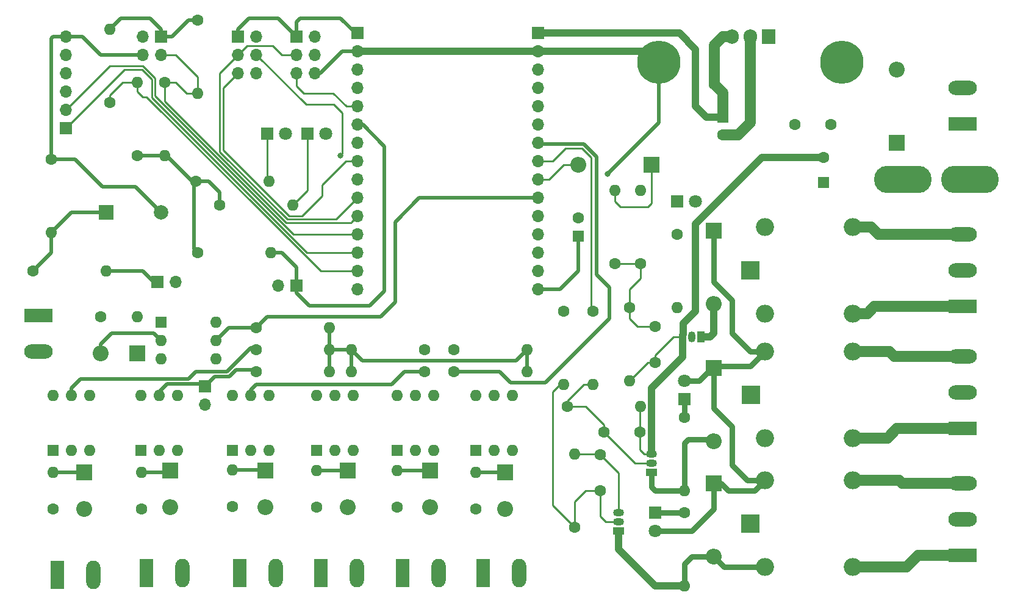
<source format=gbr>
%TF.GenerationSoftware,KiCad,Pcbnew,(5.1.9)-1*%
%TF.CreationDate,2022-01-12T17:44:04+01:00*%
%TF.ProjectId,Allarmino,416c6c61-726d-4696-9e6f-2e6b69636164,rev?*%
%TF.SameCoordinates,Original*%
%TF.FileFunction,Copper,L2,Bot*%
%TF.FilePolarity,Positive*%
%FSLAX46Y46*%
G04 Gerber Fmt 4.6, Leading zero omitted, Abs format (unit mm)*
G04 Created by KiCad (PCBNEW (5.1.9)-1) date 2022-01-12 17:44:04*
%MOMM*%
%LPD*%
G01*
G04 APERTURE LIST*
%TA.AperFunction,ComponentPad*%
%ADD10R,2.200000X2.200000*%
%TD*%
%TA.AperFunction,ComponentPad*%
%ADD11O,2.200000X2.200000*%
%TD*%
%TA.AperFunction,ComponentPad*%
%ADD12R,2.000000X2.000000*%
%TD*%
%TA.AperFunction,ComponentPad*%
%ADD13C,2.000000*%
%TD*%
%TA.AperFunction,ComponentPad*%
%ADD14C,6.000000*%
%TD*%
%TA.AperFunction,ComponentPad*%
%ADD15C,1.600000*%
%TD*%
%TA.AperFunction,ComponentPad*%
%ADD16O,8.000000X3.800000*%
%TD*%
%TA.AperFunction,ComponentPad*%
%ADD17R,3.960000X1.980000*%
%TD*%
%TA.AperFunction,ComponentPad*%
%ADD18O,3.960000X1.980000*%
%TD*%
%TA.AperFunction,ComponentPad*%
%ADD19R,1.980000X3.960000*%
%TD*%
%TA.AperFunction,ComponentPad*%
%ADD20O,1.980000X3.960000*%
%TD*%
%TA.AperFunction,ComponentPad*%
%ADD21R,1.700000X1.700000*%
%TD*%
%TA.AperFunction,ComponentPad*%
%ADD22O,1.700000X1.700000*%
%TD*%
%TA.AperFunction,ComponentPad*%
%ADD23O,2.500000X2.500000*%
%TD*%
%TA.AperFunction,ComponentPad*%
%ADD24R,2.500000X2.500000*%
%TD*%
%TA.AperFunction,ComponentPad*%
%ADD25C,1.800000*%
%TD*%
%TA.AperFunction,ComponentPad*%
%ADD26R,1.800000X1.800000*%
%TD*%
%TA.AperFunction,ComponentPad*%
%ADD27O,1.050000X1.500000*%
%TD*%
%TA.AperFunction,ComponentPad*%
%ADD28R,1.050000X1.500000*%
%TD*%
%TA.AperFunction,ComponentPad*%
%ADD29O,1.500000X1.050000*%
%TD*%
%TA.AperFunction,ComponentPad*%
%ADD30R,1.500000X1.050000*%
%TD*%
%TA.AperFunction,ComponentPad*%
%ADD31O,1.600000X1.600000*%
%TD*%
%TA.AperFunction,ComponentPad*%
%ADD32R,1.600000X1.600000*%
%TD*%
%TA.AperFunction,ComponentPad*%
%ADD33R,1.905000X2.000000*%
%TD*%
%TA.AperFunction,ComponentPad*%
%ADD34O,1.905000X2.000000*%
%TD*%
%TA.AperFunction,ViaPad*%
%ADD35C,0.800000*%
%TD*%
%TA.AperFunction,Conductor*%
%ADD36C,0.500000*%
%TD*%
%TA.AperFunction,Conductor*%
%ADD37C,1.500000*%
%TD*%
%TA.AperFunction,Conductor*%
%ADD38C,1.000000*%
%TD*%
%TA.AperFunction,Conductor*%
%ADD39C,0.250000*%
%TD*%
%TA.AperFunction,Conductor*%
%ADD40C,0.750000*%
%TD*%
G04 APERTURE END LIST*
D10*
%TO.P,D3,1*%
%TO.N,+3V3*%
X169672000Y-55880000D03*
D11*
%TO.P,D3,2*%
%TO.N,/D33*%
X159512000Y-55880000D03*
%TD*%
D12*
%TO.P,BZ1,1*%
%TO.N,Net-(BZ1-Pad1)*%
X93980000Y-62484000D03*
D13*
%TO.P,BZ1,2*%
%TO.N,GND*%
X101580000Y-62484000D03*
%TD*%
D14*
%TO.P,REF\u002A\u002A,1*%
%TO.N,GND*%
X170688000Y-41656000D03*
X196088000Y-41656000D03*
%TD*%
D15*
%TO.P,C2,1*%
%TO.N,+12V*%
X189564000Y-50292000D03*
%TO.P,C2,2*%
%TO.N,GND*%
X194564000Y-50292000D03*
%TD*%
%TO.P,C3,2*%
%TO.N,GND*%
X183388000Y-44704000D03*
%TO.P,C3,1*%
%TO.N,+5V*%
X178388000Y-44704000D03*
%TD*%
%TO.P,C5,1*%
%TO.N,Net-(C5-Pad1)*%
X170180000Y-78312000D03*
%TO.P,C5,2*%
%TO.N,GND*%
X170180000Y-83312000D03*
%TD*%
%TO.P,C6,1*%
%TO.N,Net-(C6-Pad1)*%
X163068000Y-92964000D03*
%TO.P,C6,2*%
%TO.N,GND*%
X168068000Y-92964000D03*
%TD*%
%TO.P,C7,2*%
%TO.N,GND*%
X162560000Y-96092000D03*
%TO.P,C7,1*%
%TO.N,Net-(C7-Pad1)*%
X162560000Y-101092000D03*
%TD*%
D10*
%TO.P,D1,1*%
%TO.N,+12V*%
X203708000Y-52832000D03*
D11*
%TO.P,D1,2*%
%TO.N,GND*%
X203708000Y-42672000D03*
%TD*%
%TO.P,D2,2*%
%TO.N,Net-(D2-Pad2)*%
X178308000Y-75184000D03*
D10*
%TO.P,D2,1*%
%TO.N,+12V*%
X178308000Y-65024000D03*
%TD*%
D11*
%TO.P,D4,2*%
%TO.N,Net-(D4-Pad2)*%
X178308000Y-94234000D03*
D10*
%TO.P,D4,1*%
%TO.N,+12V*%
X178308000Y-84074000D03*
%TD*%
%TO.P,D5,1*%
%TO.N,+12V*%
X178308000Y-100076000D03*
D11*
%TO.P,D5,2*%
%TO.N,Net-(D5-Pad2)*%
X178308000Y-110236000D03*
%TD*%
D16*
%TO.P,F1,1*%
%TO.N,+12V*%
X204568000Y-57912000D03*
%TO.P,F1,2*%
%TO.N,Net-(CN1-Pad1)*%
X213868000Y-57912000D03*
%TD*%
D17*
%TO.P,CN1,1*%
%TO.N,Net-(CN1-Pad1)*%
X212852000Y-50212000D03*
D18*
%TO.P,CN1,2*%
%TO.N,GND*%
X212852000Y-45212000D03*
%TD*%
D17*
%TO.P,CN2,1*%
%TO.N,Net-(CN2-Pad1)*%
X212852000Y-75532000D03*
D18*
%TO.P,CN2,2*%
%TO.N,Net-(CN2-Pad2)*%
X212852000Y-70532000D03*
%TO.P,CN2,3*%
%TO.N,Net-(CN2-Pad3)*%
X212852000Y-65532000D03*
%TD*%
D17*
%TO.P,CN3,1*%
%TO.N,Net-(CN3-Pad1)*%
X212852000Y-92456000D03*
D18*
%TO.P,CN3,2*%
%TO.N,Net-(CN3-Pad2)*%
X212852000Y-87456000D03*
%TO.P,CN3,3*%
%TO.N,Net-(CN3-Pad3)*%
X212852000Y-82456000D03*
%TD*%
%TO.P,CN4,3*%
%TO.N,Net-(CN4-Pad3)*%
X212852000Y-100076000D03*
%TO.P,CN4,2*%
%TO.N,Net-(CN4-Pad2)*%
X212852000Y-105076000D03*
D17*
%TO.P,CN4,1*%
%TO.N,Net-(CN4-Pad1)*%
X212852000Y-110076000D03*
%TD*%
D19*
%TO.P,CN9,1*%
%TO.N,Net-(CN9-Pad1)*%
X146304000Y-112522000D03*
D20*
%TO.P,CN9,2*%
%TO.N,Net-(CN9-Pad2)*%
X151304000Y-112522000D03*
%TD*%
%TO.P,CN10,2*%
%TO.N,Net-(CN10-Pad2)*%
X140128000Y-112522000D03*
D19*
%TO.P,CN10,1*%
%TO.N,Net-(CN10-Pad1)*%
X135128000Y-112522000D03*
%TD*%
%TO.P,CN11,1*%
%TO.N,Net-(CN11-Pad1)*%
X123778000Y-112522000D03*
D20*
%TO.P,CN11,2*%
%TO.N,Net-(CN11-Pad2)*%
X128778000Y-112522000D03*
%TD*%
D19*
%TO.P,CN12,1*%
%TO.N,Net-(CN12-Pad1)*%
X112522000Y-112522000D03*
D20*
%TO.P,CN12,2*%
%TO.N,Net-(CN12-Pad2)*%
X117522000Y-112522000D03*
%TD*%
%TO.P,CN13,2*%
%TO.N,Net-(CN13-Pad2)*%
X104568000Y-112522000D03*
D19*
%TO.P,CN13,1*%
%TO.N,Net-(CN13-Pad1)*%
X99568000Y-112522000D03*
%TD*%
D20*
%TO.P,CN14,2*%
%TO.N,Net-(CN14-Pad2)*%
X92202000Y-112776000D03*
D19*
%TO.P,CN14,1*%
%TO.N,Net-(CN14-Pad1)*%
X87202000Y-112776000D03*
%TD*%
D18*
%TO.P,CN15,2*%
%TO.N,Net-(CN15-Pad2)*%
X84582000Y-81788000D03*
D17*
%TO.P,CN15,1*%
%TO.N,Net-(CN15-Pad1)*%
X84582000Y-76788000D03*
%TD*%
D21*
%TO.P,CN7,1*%
%TO.N,+3V3*%
X101600000Y-38100000D03*
D22*
%TO.P,CN7,2*%
%TO.N,SDA*%
X101600000Y-40640000D03*
%TO.P,CN7,3*%
%TO.N,SCL*%
X99060000Y-38100000D03*
%TO.P,CN7,4*%
%TO.N,GND*%
X99060000Y-40640000D03*
%TD*%
%TO.P,CN5,6*%
%TO.N,GND*%
X114808000Y-43180000D03*
%TO.P,CN5,5*%
%TO.N,CS1*%
X112268000Y-43180000D03*
%TO.P,CN5,4*%
%TO.N,CLK*%
X114808000Y-40640000D03*
%TO.P,CN5,3*%
%TO.N,MISO*%
X112268000Y-40640000D03*
%TO.P,CN5,2*%
%TO.N,MOSI*%
X114808000Y-38100000D03*
D21*
%TO.P,CN5,1*%
%TO.N,+3V3*%
X112268000Y-38100000D03*
%TD*%
%TO.P,CN6,1*%
%TO.N,+3V3*%
X120396000Y-38100000D03*
D22*
%TO.P,CN6,2*%
%TO.N,MOSI*%
X122936000Y-38100000D03*
%TO.P,CN6,3*%
%TO.N,MISO*%
X120396000Y-40640000D03*
%TO.P,CN6,4*%
%TO.N,CLK*%
X122936000Y-40640000D03*
%TO.P,CN6,5*%
%TO.N,CS2*%
X120396000Y-43180000D03*
%TO.P,CN6,6*%
%TO.N,GND*%
X122936000Y-43180000D03*
%TD*%
D21*
%TO.P,CN8,1*%
%TO.N,/TX0*%
X88392000Y-50800000D03*
D22*
%TO.P,CN8,2*%
%TO.N,/RX0*%
X88392000Y-48260000D03*
%TO.P,CN8,3*%
%TO.N,/CTS_UART*%
X88392000Y-45720000D03*
%TO.P,CN8,4*%
%TO.N,/RTS_UART*%
X88392000Y-43180000D03*
%TO.P,CN8,5*%
%TO.N,+3V3*%
X88392000Y-40640000D03*
%TO.P,CN8,6*%
%TO.N,GND*%
X88392000Y-38100000D03*
%TD*%
%TO.P,JP1,2*%
%TO.N,GND*%
X107696000Y-89154000D03*
D21*
%TO.P,JP1,1*%
%TO.N,/D14*%
X107696000Y-86614000D03*
%TD*%
%TO.P,JP2,1*%
%TO.N,CONFIG_JMP*%
X120396000Y-72644000D03*
D22*
%TO.P,JP2,2*%
%TO.N,+3V3*%
X117856000Y-72644000D03*
%TD*%
D21*
%TO.P,JP3,1*%
%TO.N,Net-(JP3-Pad1)*%
X101092000Y-72136000D03*
D22*
%TO.P,JP3,2*%
%TO.N,BUZZER*%
X103632000Y-72136000D03*
%TD*%
D23*
%TO.P,RL1,5*%
%TO.N,Net-(D2-Pad2)*%
X185388000Y-64516000D03*
%TO.P,RL1,4*%
%TO.N,Net-(CN2-Pad3)*%
X197588000Y-64516000D03*
%TO.P,RL1,3*%
%TO.N,Net-(CN2-Pad1)*%
X197588000Y-76516000D03*
%TO.P,RL1,2*%
%TO.N,+12V*%
X185388000Y-76516000D03*
D24*
%TO.P,RL1,1*%
%TO.N,Net-(CN2-Pad2)*%
X183388000Y-70516000D03*
%TD*%
%TO.P,RL2,1*%
%TO.N,Net-(CN3-Pad2)*%
X183420000Y-87788000D03*
D23*
%TO.P,RL2,2*%
%TO.N,+12V*%
X185420000Y-93788000D03*
%TO.P,RL2,3*%
%TO.N,Net-(CN3-Pad1)*%
X197620000Y-93788000D03*
%TO.P,RL2,4*%
%TO.N,Net-(CN3-Pad3)*%
X197620000Y-81788000D03*
%TO.P,RL2,5*%
%TO.N,Net-(D4-Pad2)*%
X185420000Y-81788000D03*
%TD*%
D24*
%TO.P,RL3,1*%
%TO.N,Net-(CN4-Pad2)*%
X183388000Y-105664000D03*
D23*
%TO.P,RL3,2*%
%TO.N,+12V*%
X185388000Y-111664000D03*
%TO.P,RL3,3*%
%TO.N,Net-(CN4-Pad1)*%
X197588000Y-111664000D03*
%TO.P,RL3,4*%
%TO.N,Net-(CN4-Pad3)*%
X197588000Y-99664000D03*
%TO.P,RL3,5*%
%TO.N,Net-(D5-Pad2)*%
X185388000Y-99664000D03*
%TD*%
D25*
%TO.P,LD1,2*%
%TO.N,+12V*%
X175768000Y-60960000D03*
D26*
%TO.P,LD1,1*%
%TO.N,Net-(LD1-Pad1)*%
X173228000Y-60960000D03*
%TD*%
%TO.P,LD2,1*%
%TO.N,Net-(LD2-Pad1)*%
X174244000Y-88392000D03*
D25*
%TO.P,LD2,2*%
%TO.N,+12V*%
X174244000Y-85852000D03*
%TD*%
D26*
%TO.P,LD3,1*%
%TO.N,Net-(LD3-Pad1)*%
X170180000Y-104140000D03*
D25*
%TO.P,LD3,2*%
%TO.N,+12V*%
X170180000Y-106680000D03*
%TD*%
%TO.P,LD4,2*%
%TO.N,/D2*%
X124460000Y-51562000D03*
D26*
%TO.P,LD4,1*%
%TO.N,Net-(LD4-Pad1)*%
X121920000Y-51562000D03*
%TD*%
%TO.P,LD5,1*%
%TO.N,Net-(LD5-Pad1)*%
X116332000Y-51562000D03*
D25*
%TO.P,LD5,2*%
%TO.N,/D15*%
X118872000Y-51562000D03*
%TD*%
D27*
%TO.P,T1,2*%
%TO.N,Net-(C5-Pad1)*%
X175260000Y-79756000D03*
%TO.P,T1,3*%
%TO.N,GND*%
X173990000Y-79756000D03*
D28*
%TO.P,T1,1*%
%TO.N,Net-(D2-Pad2)*%
X176530000Y-79756000D03*
%TD*%
D29*
%TO.P,T2,2*%
%TO.N,Net-(C6-Pad1)*%
X169672000Y-97282000D03*
%TO.P,T2,3*%
%TO.N,GND*%
X169672000Y-96012000D03*
D30*
%TO.P,T2,1*%
%TO.N,Net-(D4-Pad2)*%
X169672000Y-98552000D03*
%TD*%
%TO.P,T3,1*%
%TO.N,Net-(D5-Pad2)*%
X165100000Y-106680000D03*
D29*
%TO.P,T3,3*%
%TO.N,GND*%
X165100000Y-104140000D03*
%TO.P,T3,2*%
%TO.N,Net-(C7-Pad1)*%
X165100000Y-105410000D03*
%TD*%
D15*
%TO.P,R1,1*%
%TO.N,Net-(C5-Pad1)*%
X166624000Y-75692000D03*
D31*
%TO.P,R1,2*%
%TO.N,GND*%
X166624000Y-85852000D03*
%TD*%
D15*
%TO.P,R2,1*%
%TO.N,Net-(LD1-Pad1)*%
X173228000Y-65532000D03*
D31*
%TO.P,R2,2*%
%TO.N,Net-(D2-Pad2)*%
X173228000Y-75692000D03*
%TD*%
%TO.P,R3,2*%
%TO.N,+3V3*%
X164592000Y-59436000D03*
D15*
%TO.P,R3,1*%
%TO.N,Net-(C5-Pad1)*%
X164592000Y-69596000D03*
%TD*%
%TO.P,R4,1*%
%TO.N,Net-(C5-Pad1)*%
X168148000Y-69596000D03*
D31*
%TO.P,R4,2*%
%TO.N,/D33*%
X168148000Y-59436000D03*
%TD*%
D15*
%TO.P,R5,1*%
%TO.N,Net-(LD2-Pad1)*%
X174244000Y-90932000D03*
D31*
%TO.P,R5,2*%
%TO.N,Net-(D4-Pad2)*%
X174244000Y-101092000D03*
%TD*%
%TO.P,R6,2*%
%TO.N,GND*%
X168148000Y-89408000D03*
D15*
%TO.P,R6,1*%
%TO.N,Net-(C6-Pad1)*%
X157988000Y-89408000D03*
%TD*%
%TO.P,R7,1*%
%TO.N,/D25*%
X161544000Y-76200000D03*
D31*
%TO.P,R7,2*%
%TO.N,Net-(C6-Pad1)*%
X161544000Y-86360000D03*
%TD*%
%TO.P,R8,2*%
%TO.N,Net-(D5-Pad2)*%
X174244000Y-114300000D03*
D15*
%TO.P,R8,1*%
%TO.N,Net-(LD3-Pad1)*%
X174244000Y-104140000D03*
%TD*%
D31*
%TO.P,R9,2*%
%TO.N,GND*%
X159004000Y-96012000D03*
D15*
%TO.P,R9,1*%
%TO.N,Net-(C7-Pad1)*%
X159004000Y-106172000D03*
%TD*%
D31*
%TO.P,R10,2*%
%TO.N,Net-(C7-Pad1)*%
X157480000Y-86360000D03*
D15*
%TO.P,R10,1*%
%TO.N,/D12*%
X157480000Y-76200000D03*
%TD*%
%TO.P,R11,1*%
%TO.N,/D27*%
X142240000Y-81534000D03*
D31*
%TO.P,R11,2*%
%TO.N,+3V3*%
X152400000Y-81534000D03*
%TD*%
D15*
%TO.P,R13,1*%
%TO.N,/D26*%
X142240000Y-84582000D03*
D31*
%TO.P,R13,2*%
%TO.N,+3V3*%
X152400000Y-84582000D03*
%TD*%
%TO.P,R15,2*%
%TO.N,+3V3*%
X128016000Y-81534000D03*
D15*
%TO.P,R15,1*%
%TO.N,/D35*%
X138176000Y-81534000D03*
%TD*%
D31*
%TO.P,R17,2*%
%TO.N,+3V3*%
X128016000Y-84582000D03*
D15*
%TO.P,R17,1*%
%TO.N,/D34*%
X138176000Y-84582000D03*
%TD*%
%TO.P,R19,1*%
%TO.N,/D14*%
X114808000Y-84582000D03*
D31*
%TO.P,R19,2*%
%TO.N,+3V3*%
X124968000Y-84582000D03*
%TD*%
%TO.P,R21,2*%
%TO.N,+3V3*%
X124968000Y-81534000D03*
D15*
%TO.P,R21,1*%
%TO.N,/D13*%
X114808000Y-81534000D03*
%TD*%
%TO.P,R23,1*%
%TO.N,/D32*%
X114808000Y-78486000D03*
D31*
%TO.P,R23,2*%
%TO.N,+3V3*%
X124968000Y-78486000D03*
%TD*%
%TO.P,R25,2*%
%TO.N,Net-(JP3-Pad1)*%
X93980000Y-70612000D03*
D15*
%TO.P,R25,1*%
%TO.N,Net-(BZ1-Pad1)*%
X83820000Y-70612000D03*
%TD*%
%TO.P,R26,1*%
%TO.N,GND*%
X86360000Y-55118000D03*
D31*
%TO.P,R26,2*%
%TO.N,Net-(BZ1-Pad1)*%
X86360000Y-65278000D03*
%TD*%
D15*
%TO.P,R27,1*%
%TO.N,GND*%
X106680000Y-68072000D03*
D31*
%TO.P,R27,2*%
%TO.N,CONFIG_JMP*%
X116840000Y-68072000D03*
%TD*%
D15*
%TO.P,R28,1*%
%TO.N,GND*%
X109728000Y-61468000D03*
D31*
%TO.P,R28,2*%
%TO.N,Net-(LD4-Pad1)*%
X119888000Y-61468000D03*
%TD*%
D15*
%TO.P,R29,1*%
%TO.N,GND*%
X106426000Y-58166000D03*
D31*
%TO.P,R29,2*%
%TO.N,Net-(LD5-Pad1)*%
X116586000Y-58166000D03*
%TD*%
%TO.P,R30,2*%
%TO.N,+3V3*%
X94488000Y-37084000D03*
D15*
%TO.P,R30,1*%
%TO.N,SCL*%
X94488000Y-47244000D03*
%TD*%
D31*
%TO.P,R31,2*%
%TO.N,SCL*%
X98298000Y-44450000D03*
D15*
%TO.P,R31,1*%
%TO.N,GND*%
X98298000Y-54610000D03*
%TD*%
%TO.P,R32,1*%
%TO.N,+3V3*%
X106680000Y-35814000D03*
D31*
%TO.P,R32,2*%
%TO.N,SDA*%
X106680000Y-45974000D03*
%TD*%
%TO.P,R33,2*%
%TO.N,GND*%
X102108000Y-54610000D03*
D15*
%TO.P,R33,1*%
%TO.N,SDA*%
X102108000Y-44450000D03*
%TD*%
D22*
%TO.P,U1,15*%
%TO.N,/EN*%
X153924000Y-73199001D03*
%TO.P,U1,14*%
%TO.N,/VP*%
X153924000Y-70659001D03*
%TO.P,U1,13*%
%TO.N,/VN*%
X153924000Y-68119001D03*
%TO.P,U1,12*%
%TO.N,/D34*%
X153924000Y-65579001D03*
%TO.P,U1,11*%
%TO.N,/D35*%
X153924000Y-63039001D03*
%TO.P,U1,10*%
%TO.N,/D32*%
X153924000Y-60499001D03*
%TO.P,U1,9*%
%TO.N,/D33*%
X153924000Y-57959001D03*
%TO.P,U1,8*%
%TO.N,/D25*%
X153924000Y-55419001D03*
%TO.P,U1,7*%
%TO.N,/D26*%
X153924000Y-52879001D03*
%TO.P,U1,6*%
%TO.N,/D27*%
X153924000Y-50339001D03*
%TO.P,U1,5*%
%TO.N,/D14*%
X153924000Y-47799001D03*
%TO.P,U1,4*%
%TO.N,/D12*%
X153924000Y-45259001D03*
%TO.P,U1,3*%
%TO.N,/D13*%
X153924000Y-42719001D03*
%TO.P,U1,2*%
%TO.N,GND*%
X153924000Y-40179001D03*
D21*
%TO.P,U1,1*%
%TO.N,+5V*%
X153924000Y-37639001D03*
%TD*%
D31*
%TO.P,U2,6*%
%TO.N,Net-(U2-Pad6)*%
X145288000Y-87884000D03*
%TO.P,U2,3*%
%TO.N,Net-(U2-Pad3)*%
X150368000Y-95504000D03*
%TO.P,U2,5*%
%TO.N,/D27*%
X147828000Y-87884000D03*
%TO.P,U2,2*%
%TO.N,Net-(CN9-Pad2)*%
X147828000Y-95504000D03*
%TO.P,U2,4*%
%TO.N,GND*%
X150368000Y-87884000D03*
D32*
%TO.P,U2,1*%
%TO.N,Net-(D6-Pad1)*%
X145288000Y-95504000D03*
%TD*%
%TO.P,U3,1*%
%TO.N,Net-(D7-Pad1)*%
X134366000Y-95504000D03*
D31*
%TO.P,U3,4*%
%TO.N,GND*%
X139446000Y-87884000D03*
%TO.P,U3,2*%
%TO.N,Net-(CN10-Pad2)*%
X136906000Y-95504000D03*
%TO.P,U3,5*%
%TO.N,/D26*%
X136906000Y-87884000D03*
%TO.P,U3,3*%
%TO.N,Net-(U3-Pad3)*%
X139446000Y-95504000D03*
%TO.P,U3,6*%
%TO.N,Net-(U3-Pad6)*%
X134366000Y-87884000D03*
%TD*%
D32*
%TO.P,U4,1*%
%TO.N,Net-(D8-Pad1)*%
X123190000Y-95504000D03*
D31*
%TO.P,U4,4*%
%TO.N,GND*%
X128270000Y-87884000D03*
%TO.P,U4,2*%
%TO.N,Net-(CN11-Pad2)*%
X125730000Y-95504000D03*
%TO.P,U4,5*%
%TO.N,/D35*%
X125730000Y-87884000D03*
%TO.P,U4,3*%
%TO.N,Net-(U4-Pad3)*%
X128270000Y-95504000D03*
%TO.P,U4,6*%
%TO.N,Net-(U4-Pad6)*%
X123190000Y-87884000D03*
%TD*%
D32*
%TO.P,U5,1*%
%TO.N,Net-(D9-Pad1)*%
X111506000Y-95504000D03*
D31*
%TO.P,U5,4*%
%TO.N,GND*%
X116586000Y-87884000D03*
%TO.P,U5,2*%
%TO.N,Net-(CN12-Pad2)*%
X114046000Y-95504000D03*
%TO.P,U5,5*%
%TO.N,/D34*%
X114046000Y-87884000D03*
%TO.P,U5,3*%
%TO.N,Net-(U5-Pad3)*%
X116586000Y-95504000D03*
%TO.P,U5,6*%
%TO.N,Net-(U5-Pad6)*%
X111506000Y-87884000D03*
%TD*%
%TO.P,U6,6*%
%TO.N,Net-(U6-Pad6)*%
X98806000Y-87884000D03*
%TO.P,U6,3*%
%TO.N,Net-(U6-Pad3)*%
X103886000Y-95504000D03*
%TO.P,U6,5*%
%TO.N,/D14*%
X101346000Y-87884000D03*
%TO.P,U6,2*%
%TO.N,Net-(CN13-Pad2)*%
X101346000Y-95504000D03*
%TO.P,U6,4*%
%TO.N,GND*%
X103886000Y-87884000D03*
D32*
%TO.P,U6,1*%
%TO.N,Net-(D10-Pad1)*%
X98806000Y-95504000D03*
%TD*%
%TO.P,U7,1*%
%TO.N,Net-(D11-Pad1)*%
X86614000Y-95504000D03*
D31*
%TO.P,U7,4*%
%TO.N,GND*%
X91694000Y-87884000D03*
%TO.P,U7,2*%
%TO.N,Net-(CN14-Pad2)*%
X89154000Y-95504000D03*
%TO.P,U7,5*%
%TO.N,/D13*%
X89154000Y-87884000D03*
%TO.P,U7,3*%
%TO.N,Net-(U7-Pad3)*%
X91694000Y-95504000D03*
%TO.P,U7,6*%
%TO.N,Net-(U7-Pad6)*%
X86614000Y-87884000D03*
%TD*%
%TO.P,U8,6*%
%TO.N,Net-(U8-Pad6)*%
X109220000Y-77724000D03*
%TO.P,U8,3*%
%TO.N,Net-(U8-Pad3)*%
X101600000Y-82804000D03*
%TO.P,U8,5*%
%TO.N,/D32*%
X109220000Y-80264000D03*
%TO.P,U8,2*%
%TO.N,Net-(CN15-Pad2)*%
X101600000Y-80264000D03*
%TO.P,U8,4*%
%TO.N,GND*%
X109220000Y-82804000D03*
D32*
%TO.P,U8,1*%
%TO.N,Net-(D12-Pad1)*%
X101600000Y-77724000D03*
%TD*%
D33*
%TO.P,U9,1*%
%TO.N,+12V*%
X185928000Y-38100000D03*
D34*
%TO.P,U9,2*%
%TO.N,GND*%
X183388000Y-38100000D03*
%TO.P,U9,3*%
%TO.N,+5V*%
X180848000Y-38100000D03*
%TD*%
D21*
%TO.P,U_1,1*%
%TO.N,+3V3*%
X128825001Y-37639001D03*
D22*
%TO.P,U_1,2*%
%TO.N,GND*%
X128825001Y-40179001D03*
%TO.P,U_1,3*%
%TO.N,/D15*%
X128825001Y-42719001D03*
%TO.P,U_1,4*%
%TO.N,/D2*%
X128825001Y-45259001D03*
%TO.P,U_1,5*%
%TO.N,CS2*%
X128825001Y-47799001D03*
%TO.P,U_1,6*%
%TO.N,CONFIG_JMP*%
X128825001Y-50339001D03*
%TO.P,U_1,7*%
%TO.N,BUZZER*%
X128825001Y-52879001D03*
%TO.P,U_1,8*%
%TO.N,CS1*%
X128825001Y-55419001D03*
%TO.P,U_1,9*%
%TO.N,CLK*%
X128825001Y-57959001D03*
%TO.P,U_1,10*%
%TO.N,MISO*%
X128825001Y-60499001D03*
%TO.P,U_1,11*%
%TO.N,SDA*%
X128825001Y-63039001D03*
%TO.P,U_1,12*%
%TO.N,/RX0*%
X128825001Y-65579001D03*
%TO.P,U_1,13*%
%TO.N,/TX0*%
X128825001Y-68119001D03*
%TO.P,U_1,14*%
%TO.N,SCL*%
X128825001Y-70659001D03*
%TO.P,U_1,15*%
%TO.N,MOSI*%
X128825001Y-73199001D03*
%TD*%
D32*
%TO.P,C4,1*%
%TO.N,+5V*%
X179578000Y-49276000D03*
D15*
%TO.P,C4,2*%
%TO.N,GND*%
X179578000Y-51776000D03*
%TD*%
D32*
%TO.P,C1,1*%
%TO.N,+12V*%
X193548000Y-58364000D03*
D15*
%TO.P,C1,2*%
%TO.N,GND*%
X193548000Y-54864000D03*
%TD*%
D10*
%TO.P,D6,1*%
%TO.N,Net-(D6-Pad1)*%
X149352000Y-98552000D03*
D11*
%TO.P,D6,2*%
%TO.N,Net-(CN9-Pad2)*%
X149352000Y-103632000D03*
%TD*%
D10*
%TO.P,D7,1*%
%TO.N,Net-(D7-Pad1)*%
X138938000Y-98298000D03*
D11*
%TO.P,D7,2*%
%TO.N,Net-(CN10-Pad2)*%
X138938000Y-103378000D03*
%TD*%
%TO.P,D8,2*%
%TO.N,Net-(CN11-Pad2)*%
X127508000Y-103378000D03*
D10*
%TO.P,D8,1*%
%TO.N,Net-(D8-Pad1)*%
X127508000Y-98298000D03*
%TD*%
%TO.P,D9,1*%
%TO.N,Net-(D9-Pad1)*%
X116078000Y-98298000D03*
D11*
%TO.P,D9,2*%
%TO.N,Net-(CN12-Pad2)*%
X116078000Y-103378000D03*
%TD*%
%TO.P,D10,2*%
%TO.N,Net-(CN13-Pad2)*%
X102870000Y-103378000D03*
D10*
%TO.P,D10,1*%
%TO.N,Net-(D10-Pad1)*%
X102870000Y-98298000D03*
%TD*%
D11*
%TO.P,D11,2*%
%TO.N,Net-(CN14-Pad2)*%
X90932000Y-103632000D03*
D10*
%TO.P,D11,1*%
%TO.N,Net-(D11-Pad1)*%
X90932000Y-98552000D03*
%TD*%
%TO.P,D12,1*%
%TO.N,Net-(D12-Pad1)*%
X98298000Y-82042000D03*
D11*
%TO.P,D12,2*%
%TO.N,Net-(CN15-Pad2)*%
X93218000Y-82042000D03*
%TD*%
D31*
%TO.P,R12,2*%
%TO.N,Net-(D6-Pad1)*%
X145288000Y-98552000D03*
D15*
%TO.P,R12,1*%
%TO.N,Net-(CN9-Pad1)*%
X145288000Y-103632000D03*
%TD*%
%TO.P,R14,1*%
%TO.N,Net-(CN10-Pad1)*%
X134366000Y-103378000D03*
D31*
%TO.P,R14,2*%
%TO.N,Net-(D7-Pad1)*%
X134366000Y-98298000D03*
%TD*%
D15*
%TO.P,R16,1*%
%TO.N,Net-(CN11-Pad1)*%
X123190000Y-103378000D03*
D31*
%TO.P,R16,2*%
%TO.N,Net-(D8-Pad1)*%
X123190000Y-98298000D03*
%TD*%
D15*
%TO.P,R18,1*%
%TO.N,Net-(CN12-Pad1)*%
X111513001Y-103314999D03*
D31*
%TO.P,R18,2*%
%TO.N,Net-(D9-Pad1)*%
X111513001Y-98234999D03*
%TD*%
%TO.P,R20,2*%
%TO.N,Net-(D10-Pad1)*%
X98865001Y-98532999D03*
D15*
%TO.P,R20,1*%
%TO.N,Net-(CN13-Pad1)*%
X98865001Y-103612999D03*
%TD*%
D31*
%TO.P,R22,2*%
%TO.N,Net-(D11-Pad1)*%
X86614000Y-98552000D03*
D15*
%TO.P,R22,1*%
%TO.N,Net-(CN14-Pad1)*%
X86614000Y-103632000D03*
%TD*%
%TO.P,R24,1*%
%TO.N,Net-(CN15-Pad1)*%
X93218000Y-76962000D03*
D31*
%TO.P,R24,2*%
%TO.N,Net-(D12-Pad1)*%
X98298000Y-76962000D03*
%TD*%
D32*
%TO.P,C8,1*%
%TO.N,/EN*%
X159512000Y-65786000D03*
D15*
%TO.P,C8,2*%
%TO.N,GND*%
X159512000Y-63286000D03*
%TD*%
D35*
%TO.N,GND*%
X163576000Y-57150000D03*
%TO.N,CLK*%
X126492000Y-54610000D03*
%TD*%
D36*
%TO.N,Net-(BZ1-Pad1)*%
X89154000Y-62484000D02*
X86360000Y-65278000D01*
X93980000Y-62484000D02*
X89154000Y-62484000D01*
X86360000Y-68072000D02*
X83820000Y-70612000D01*
X86360000Y-65278000D02*
X86360000Y-68072000D01*
D37*
%TO.N,GND*%
X183388000Y-38100000D02*
X183388000Y-44704000D01*
X179578000Y-51776000D02*
X181650000Y-51776000D01*
X183388000Y-50038000D02*
X183388000Y-44704000D01*
X181650000Y-51776000D02*
X183388000Y-50038000D01*
D38*
X153320000Y-40179001D02*
X169211001Y-40179001D01*
X187960000Y-54864000D02*
X193548000Y-54864000D01*
X185007998Y-54864000D02*
X187960000Y-54864000D01*
X175768000Y-64103998D02*
X185007998Y-54864000D01*
X174034990Y-77933010D02*
X175768000Y-76200000D01*
X175768000Y-76200000D02*
X175768000Y-64103998D01*
X174034990Y-79457010D02*
X174034990Y-77933010D01*
X173990000Y-79502000D02*
X174034990Y-79457010D01*
X173990000Y-79756000D02*
X173990000Y-79502000D01*
D39*
X169164000Y-83312000D02*
X170180000Y-83312000D01*
X166624000Y-85852000D02*
X169164000Y-83312000D01*
X172720000Y-79756000D02*
X170180000Y-82296000D01*
X173990000Y-79756000D02*
X172720000Y-79756000D01*
X170180000Y-83312000D02*
X170180000Y-82296000D01*
D38*
X169672000Y-86868000D02*
X169672000Y-96012000D01*
X173990000Y-82550000D02*
X169672000Y-86868000D01*
X173990000Y-79756000D02*
X173990000Y-82550000D01*
D39*
X168068000Y-89488000D02*
X168148000Y-89408000D01*
X168068000Y-92964000D02*
X168068000Y-89488000D01*
X169672000Y-96012000D02*
X168656000Y-96012000D01*
X168068000Y-95424000D02*
X168068000Y-92964000D01*
X168656000Y-96012000D02*
X168068000Y-95424000D01*
X162480000Y-96012000D02*
X162560000Y-96092000D01*
X159004000Y-96012000D02*
X162480000Y-96012000D01*
X165100000Y-98632000D02*
X165100000Y-104140000D01*
X162560000Y-96092000D02*
X165100000Y-98632000D01*
D36*
X105918000Y-58166000D02*
X106172000Y-58166000D01*
X102108000Y-54356000D02*
X105918000Y-58166000D01*
X109728000Y-61468000D02*
X109474000Y-61468000D01*
X109982000Y-61722000D02*
X109728000Y-61468000D01*
X108712000Y-82804000D02*
X109220000Y-82804000D01*
X86360000Y-55118000D02*
X89662000Y-55118000D01*
X89662000Y-55118000D02*
X93472000Y-58928000D01*
X98024000Y-58928000D02*
X101580000Y-62484000D01*
X93472000Y-58928000D02*
X98024000Y-58928000D01*
X101854000Y-62484000D02*
X101580000Y-62484000D01*
X88392000Y-38100000D02*
X86614000Y-38100000D01*
X86360000Y-38354000D02*
X86360000Y-55118000D01*
X86614000Y-38100000D02*
X86360000Y-38354000D01*
X88392000Y-38100000D02*
X90678000Y-38100000D01*
X93218000Y-40640000D02*
X99060000Y-40640000D01*
X90678000Y-38100000D02*
X93218000Y-40640000D01*
X128825001Y-40179001D02*
X126698999Y-40179001D01*
X123698000Y-43180000D02*
X122936000Y-43180000D01*
X126698999Y-40179001D02*
X123698000Y-43180000D01*
D38*
X128825001Y-40179001D02*
X153320000Y-40179001D01*
D36*
X106172000Y-58166000D02*
X108204000Y-58166000D01*
X109728000Y-59690000D02*
X109728000Y-61468000D01*
X108204000Y-58166000D02*
X109728000Y-59690000D01*
X106172000Y-67564000D02*
X106680000Y-68072000D01*
X106172000Y-58166000D02*
X106172000Y-67564000D01*
X102108000Y-54610000D02*
X98298000Y-54610000D01*
X170434000Y-50292000D02*
X163576000Y-57150000D01*
X170688000Y-50038000D02*
X170434000Y-50292000D01*
X170688000Y-41656000D02*
X170688000Y-50038000D01*
D40*
%TO.N,+12V*%
X178308000Y-65024000D02*
X178308000Y-72136000D01*
X178308000Y-72136000D02*
X180848000Y-74676000D01*
X180848000Y-74676000D02*
X180848000Y-79248000D01*
X183388000Y-81788000D02*
X185420000Y-81788000D01*
X180848000Y-79248000D02*
X183388000Y-81788000D01*
X183388000Y-83820000D02*
X185420000Y-81788000D01*
X178308000Y-83820000D02*
X183388000Y-83820000D01*
X176276000Y-85852000D02*
X178308000Y-83820000D01*
X174244000Y-85852000D02*
X176276000Y-85852000D01*
X178308000Y-100076000D02*
X179324000Y-100076000D01*
X179324000Y-100076000D02*
X180340000Y-101092000D01*
X183960000Y-101092000D02*
X185388000Y-99664000D01*
X180340000Y-101092000D02*
X183960000Y-101092000D01*
X170180000Y-106680000D02*
X175260000Y-106680000D01*
X178308000Y-103632000D02*
X178308000Y-100076000D01*
X175260000Y-106680000D02*
X178308000Y-103632000D01*
X182976000Y-99664000D02*
X185388000Y-99664000D01*
X180848000Y-92202000D02*
X180848000Y-97536000D01*
X180848000Y-97536000D02*
X182976000Y-99664000D01*
X178308000Y-89662000D02*
X180848000Y-92202000D01*
X178308000Y-83820000D02*
X178308000Y-89662000D01*
D37*
%TO.N,+5V*%
X180848000Y-38100000D02*
X179578000Y-38100000D01*
X178388000Y-39290000D02*
X178388000Y-44704000D01*
X179578000Y-38100000D02*
X178388000Y-39290000D01*
D38*
X173529001Y-37639001D02*
X175768000Y-39878000D01*
X175768000Y-39878000D02*
X175768000Y-47752000D01*
X177292000Y-49276000D02*
X179578000Y-49276000D01*
X175768000Y-47752000D02*
X177292000Y-49276000D01*
D37*
X179578000Y-45894000D02*
X178388000Y-44704000D01*
X179578000Y-49276000D02*
X179578000Y-45894000D01*
D38*
X173529001Y-37639001D02*
X153924000Y-37639001D01*
D39*
%TO.N,Net-(C5-Pad1)*%
X166624000Y-75692000D02*
X166624000Y-77216000D01*
X167720000Y-78312000D02*
X170180000Y-78312000D01*
X166624000Y-77216000D02*
X167720000Y-78312000D01*
X168148000Y-69596000D02*
X168148000Y-71628000D01*
X166624000Y-73152000D02*
X166624000Y-75692000D01*
X168148000Y-71628000D02*
X166624000Y-73152000D01*
X168148000Y-69596000D02*
X164592000Y-69596000D01*
%TO.N,Net-(C6-Pad1)*%
X169672000Y-97282000D02*
X167386000Y-97282000D01*
X167386000Y-97282000D02*
X163068000Y-92964000D01*
X157988000Y-89408000D02*
X160528000Y-89408000D01*
X163068000Y-91948000D02*
X163068000Y-92964000D01*
X160528000Y-89408000D02*
X163068000Y-91948000D01*
X161544000Y-86360000D02*
X160274000Y-86360000D01*
X157988000Y-88646000D02*
X157988000Y-89408000D01*
X160274000Y-86360000D02*
X157988000Y-88646000D01*
%TO.N,Net-(C7-Pad1)*%
X165100000Y-105410000D02*
X163322000Y-105410000D01*
X162560000Y-104648000D02*
X162560000Y-101092000D01*
X163322000Y-105410000D02*
X162560000Y-104648000D01*
X159004000Y-106172000D02*
X159004000Y-102616000D01*
X160528000Y-101092000D02*
X162560000Y-101092000D01*
X159004000Y-102616000D02*
X160528000Y-101092000D01*
X157480000Y-85852000D02*
X155956000Y-87376000D01*
X155956000Y-103124000D02*
X159004000Y-106172000D01*
X155956000Y-87376000D02*
X155956000Y-103124000D01*
D38*
%TO.N,Net-(D2-Pad2)*%
X178308000Y-75184000D02*
X178308000Y-79248000D01*
X177800000Y-79756000D02*
X176530000Y-79756000D01*
X178308000Y-79248000D02*
X177800000Y-79756000D01*
D36*
%TO.N,+3V3*%
X120396000Y-38100000D02*
X120396000Y-36068000D01*
X128825001Y-37639001D02*
X128571001Y-37639001D01*
X128571001Y-37639001D02*
X126492000Y-35560000D01*
X120904000Y-35560000D02*
X120396000Y-36068000D01*
X126492000Y-35560000D02*
X120904000Y-35560000D01*
X112268000Y-38100000D02*
X112268000Y-37084000D01*
X112268000Y-37084000D02*
X113792000Y-35560000D01*
X117856000Y-35560000D02*
X120396000Y-38100000D01*
X113792000Y-35560000D02*
X117856000Y-35560000D01*
X101600000Y-38100000D02*
X101600000Y-37592000D01*
X94488000Y-37084000D02*
X96012000Y-35560000D01*
X96012000Y-35560000D02*
X100076000Y-35560000D01*
X101600000Y-37084000D02*
X101600000Y-38100000D01*
X100076000Y-35560000D02*
X101600000Y-37084000D01*
X124968000Y-84328000D02*
X124968000Y-81280000D01*
X124968000Y-78486000D02*
X124968000Y-81280000D01*
X124968000Y-81534000D02*
X128016000Y-81534000D01*
X128016000Y-84582000D02*
X128016000Y-81534000D01*
X128016000Y-81534000D02*
X129540000Y-83058000D01*
X150876000Y-83058000D02*
X152400000Y-81534000D01*
X129540000Y-83058000D02*
X150876000Y-83058000D01*
X152400000Y-84582000D02*
X152400000Y-81534000D01*
D39*
X165354000Y-61722000D02*
X164592000Y-60960000D01*
X169164000Y-61722000D02*
X165354000Y-61722000D01*
X164592000Y-60960000D02*
X164592000Y-59436000D01*
X169672000Y-61214000D02*
X169164000Y-61722000D01*
X169672000Y-55880000D02*
X169672000Y-61214000D01*
D36*
X106680000Y-35814000D02*
X105410000Y-35814000D01*
X103124000Y-38100000D02*
X101600000Y-38100000D01*
X105410000Y-35814000D02*
X103124000Y-38100000D01*
D39*
%TO.N,/D33*%
X159512000Y-55880000D02*
X157480000Y-55880000D01*
X155400999Y-57959001D02*
X153320000Y-57959001D01*
X157480000Y-55880000D02*
X155400999Y-57959001D01*
D40*
%TO.N,Net-(D4-Pad2)*%
X178308000Y-93980000D02*
X174752000Y-93980000D01*
X174244000Y-94488000D02*
X174244000Y-101092000D01*
X174752000Y-93980000D02*
X174244000Y-94488000D01*
X170180000Y-101092000D02*
X174244000Y-101092000D01*
X169672000Y-100584000D02*
X170180000Y-101092000D01*
X169672000Y-98552000D02*
X169672000Y-100584000D01*
%TO.N,Net-(D5-Pad2)*%
X179736000Y-111664000D02*
X178308000Y-110236000D01*
X185388000Y-111664000D02*
X179736000Y-111664000D01*
X178308000Y-110236000D02*
X175260000Y-110236000D01*
X174244000Y-111252000D02*
X174244000Y-114300000D01*
X175260000Y-110236000D02*
X174244000Y-111252000D01*
D38*
X174244000Y-114300000D02*
X170180000Y-114300000D01*
X165100000Y-109220000D02*
X165100000Y-106680000D01*
X170180000Y-114300000D02*
X165100000Y-109220000D01*
D36*
%TO.N,Net-(D6-Pad1)*%
X149352000Y-98552000D02*
X145288000Y-98552000D01*
%TO.N,Net-(D7-Pad1)*%
X138938000Y-98298000D02*
X134366000Y-98298000D01*
%TO.N,Net-(D8-Pad1)*%
X123190000Y-98298000D02*
X127508000Y-98298000D01*
%TO.N,Net-(D9-Pad1)*%
X116014999Y-98234999D02*
X116078000Y-98298000D01*
X111513001Y-98234999D02*
X116014999Y-98234999D01*
%TO.N,Net-(D10-Pad1)*%
X102635001Y-98532999D02*
X102870000Y-98298000D01*
X98865001Y-98532999D02*
X102635001Y-98532999D01*
%TO.N,Net-(D11-Pad1)*%
X86614000Y-98552000D02*
X90932000Y-98552000D01*
%TO.N,Net-(CN15-Pad2)*%
X93218000Y-80772000D02*
X93218000Y-82042000D01*
X94742000Y-79248000D02*
X93218000Y-80772000D01*
X100584000Y-79248000D02*
X94742000Y-79248000D01*
X101600000Y-80264000D02*
X100584000Y-79248000D01*
D37*
%TO.N,Net-(CN2-Pad1)*%
X197588000Y-76516000D02*
X199582000Y-76516000D01*
X200566000Y-75532000D02*
X212852000Y-75532000D01*
X199582000Y-76516000D02*
X200566000Y-75532000D01*
%TO.N,Net-(CN2-Pad3)*%
X197588000Y-64516000D02*
X200152000Y-64516000D01*
X201168000Y-65532000D02*
X212852000Y-65532000D01*
X200152000Y-64516000D02*
X201168000Y-65532000D01*
%TO.N,Net-(CN3-Pad1)*%
X212852000Y-92456000D02*
X203708000Y-92456000D01*
X202376000Y-93788000D02*
X197620000Y-93788000D01*
X203708000Y-92456000D02*
X202376000Y-93788000D01*
%TO.N,Net-(CN3-Pad3)*%
X197620000Y-81788000D02*
X202692000Y-81788000D01*
X203360000Y-82456000D02*
X212852000Y-82456000D01*
X202692000Y-81788000D02*
X203360000Y-82456000D01*
%TO.N,Net-(CN4-Pad3)*%
X212852000Y-100076000D02*
X204470000Y-100076000D01*
X204058000Y-99664000D02*
X197588000Y-99664000D01*
X204470000Y-100076000D02*
X204058000Y-99664000D01*
%TO.N,Net-(CN4-Pad1)*%
X212852000Y-110076000D02*
X206662000Y-110076000D01*
X205074000Y-111664000D02*
X197588000Y-111664000D01*
X206662000Y-110076000D02*
X205074000Y-111664000D01*
D39*
%TO.N,SDA*%
X101600000Y-40640000D02*
X103632000Y-40640000D01*
X106680000Y-43688000D02*
X106680000Y-45720000D01*
X103632000Y-40640000D02*
X106680000Y-43688000D01*
X102108000Y-44450000D02*
X103632000Y-44450000D01*
X105156000Y-45974000D02*
X106680000Y-45974000D01*
X103632000Y-44450000D02*
X105156000Y-45974000D01*
X127975002Y-63889000D02*
X128825001Y-63039001D01*
X102108000Y-47112768D02*
X118887252Y-63892020D01*
X102108000Y-44196000D02*
X102108000Y-47112768D01*
X118887252Y-63892020D02*
X127971982Y-63892020D01*
X127971982Y-63892020D02*
X127975002Y-63889000D01*
%TO.N,SCL*%
X98298000Y-44450000D02*
X96266000Y-44450000D01*
X94488000Y-46228000D02*
X94488000Y-47244000D01*
X96266000Y-44450000D02*
X94488000Y-46228000D01*
X98298000Y-44450000D02*
X98298000Y-45725644D01*
X123739357Y-70659001D02*
X127622920Y-70659001D01*
X115586401Y-62506044D02*
X123739357Y-70659001D01*
X127622920Y-70659001D02*
X128825001Y-70659001D01*
X115586401Y-62506044D02*
X115586401Y-62500401D01*
X98298000Y-45725644D02*
X98303644Y-45725644D01*
X98303644Y-45725644D02*
X99060000Y-46482000D01*
X99562357Y-46482000D02*
X115586401Y-62506044D01*
X99060000Y-46482000D02*
X99562357Y-46482000D01*
%TO.N,CS1*%
X123952000Y-60198000D02*
X123952000Y-58674000D01*
X121158000Y-62992000D02*
X123952000Y-60198000D01*
X123952000Y-58674000D02*
X127206999Y-55419001D01*
X119380000Y-62992000D02*
X121158000Y-62992000D01*
X110236000Y-45212000D02*
X110236000Y-53848000D01*
X127206999Y-55419001D02*
X128825001Y-55419001D01*
X110236000Y-53848000D02*
X119380000Y-62992000D01*
X112268000Y-43180000D02*
X110236000Y-45212000D01*
%TO.N,CLK*%
X122936000Y-40640000D02*
X122936000Y-39979600D01*
X126709001Y-48731001D02*
X126709001Y-54392999D01*
X126709001Y-54392999D02*
X126492000Y-54610000D01*
X121702999Y-47534999D02*
X125512999Y-47534999D01*
X125512999Y-47534999D02*
X126709001Y-48731001D01*
X114808000Y-40640000D02*
X121702999Y-47534999D01*
%TO.N,MISO*%
X128825001Y-60499001D02*
X125881993Y-63442009D01*
X119073652Y-63442009D02*
X109728000Y-54096357D01*
X109728000Y-54096357D02*
X109728000Y-43180000D01*
X125881993Y-63442009D02*
X119073652Y-63442009D01*
X109728000Y-43180000D02*
X112268000Y-40640000D01*
X118364000Y-40640000D02*
X120396000Y-40640000D01*
X113538000Y-39370000D02*
X117094000Y-39370000D01*
X117094000Y-39370000D02*
X118364000Y-40640000D01*
X112268000Y-40640000D02*
X113538000Y-39370000D01*
%TO.N,CS2*%
X120396000Y-43180000D02*
X120396000Y-44958000D01*
X128825001Y-47799001D02*
X127301001Y-47799001D01*
X127301001Y-47799001D02*
X125476000Y-45974000D01*
X125476000Y-45974000D02*
X121412000Y-45974000D01*
X121412000Y-45974000D02*
X120396000Y-44958000D01*
%TO.N,/TX0*%
X116036412Y-62314001D02*
X116036412Y-62319645D01*
X88392000Y-50800000D02*
X96520000Y-42672000D01*
X116036412Y-62319645D02*
X121835768Y-68119001D01*
X127622920Y-68119001D02*
X128825001Y-68119001D01*
X100272011Y-46549600D02*
X116036412Y-62314001D01*
X98931590Y-42672000D02*
X100272011Y-44012421D01*
X121835768Y-68119001D02*
X127622920Y-68119001D01*
X100272011Y-44012421D02*
X100272011Y-46549600D01*
X96520000Y-42672000D02*
X98931590Y-42672000D01*
%TO.N,/RX0*%
X89241999Y-47410001D02*
X88392000Y-48260000D01*
X94488000Y-42164000D02*
X89241999Y-47410001D01*
X100722022Y-46363200D02*
X100722022Y-43826022D01*
X119937823Y-65579001D02*
X100722022Y-46363200D01*
X128825001Y-65579001D02*
X119937823Y-65579001D01*
X99060000Y-42164000D02*
X94488000Y-42164000D01*
X100722022Y-43826022D02*
X99060000Y-42164000D01*
D36*
%TO.N,/D14*%
X101346000Y-87884000D02*
X101346000Y-87376000D01*
X102423990Y-86298010D02*
X107380010Y-86298010D01*
X107380010Y-86298010D02*
X107696000Y-86614000D01*
X101346000Y-87376000D02*
X102423990Y-86298010D01*
X114808000Y-84328000D02*
X111987962Y-84328000D01*
X111987962Y-84328000D02*
X111033953Y-85282010D01*
X109027990Y-85282010D02*
X107696000Y-86614000D01*
X111033953Y-85282010D02*
X109027990Y-85282010D01*
%TO.N,CONFIG_JMP*%
X120142000Y-72390000D02*
X120396000Y-72644000D01*
X116840000Y-68072000D02*
X118364000Y-68072000D01*
X120396000Y-70104000D02*
X120396000Y-72644000D01*
X118364000Y-68072000D02*
X120396000Y-70104000D01*
X132588000Y-53340000D02*
X129587001Y-50339001D01*
X132588000Y-73406000D02*
X132588000Y-53340000D01*
X129587001Y-50339001D02*
X128825001Y-50339001D01*
X130556000Y-75438000D02*
X132588000Y-73406000D01*
X122174000Y-75438000D02*
X130556000Y-75438000D01*
X120396000Y-73660000D02*
X122174000Y-75438000D01*
X120396000Y-72644000D02*
X120396000Y-73660000D01*
D40*
%TO.N,Net-(LD2-Pad1)*%
X174244000Y-90932000D02*
X174244000Y-88392000D01*
%TO.N,Net-(LD3-Pad1)*%
X174244000Y-104140000D02*
X170180000Y-104140000D01*
D39*
%TO.N,Net-(LD4-Pad1)*%
X121920000Y-59436000D02*
X119888000Y-61468000D01*
X121920000Y-51562000D02*
X121920000Y-59436000D01*
%TO.N,Net-(LD5-Pad1)*%
X116332000Y-57912000D02*
X116586000Y-58166000D01*
X116332000Y-51562000D02*
X116332000Y-57912000D01*
%TO.N,/D25*%
X161290000Y-75946000D02*
X161544000Y-76200000D01*
X161290000Y-54864000D02*
X161290000Y-75946000D01*
X160020000Y-53594000D02*
X161290000Y-54864000D01*
X157734000Y-53594000D02*
X160020000Y-53594000D01*
X155908999Y-55419001D02*
X157734000Y-53594000D01*
X153320000Y-55419001D02*
X155908999Y-55419001D01*
%TO.N,/D12*%
X157480000Y-76708000D02*
X157480000Y-75692000D01*
D36*
%TO.N,/D26*%
X142240000Y-84582000D02*
X148590000Y-84582000D01*
X163830000Y-72898000D02*
X162052000Y-71120000D01*
X148590000Y-84582000D02*
X150114000Y-86106000D01*
X150114000Y-86106000D02*
X154940000Y-86106000D01*
X163830000Y-77216000D02*
X163830000Y-72898000D01*
X153459989Y-53018990D02*
X153320000Y-52879001D01*
X162052000Y-71120000D02*
X162052000Y-54812814D01*
X162052000Y-54812814D02*
X160258176Y-53018990D01*
X160258176Y-53018990D02*
X153459989Y-53018990D01*
X163830000Y-77216000D02*
X154940000Y-86106000D01*
%TO.N,/D34*%
X114046000Y-87884000D02*
X114046000Y-87122000D01*
X114046000Y-87122000D02*
X114808000Y-86360000D01*
X114808000Y-86360000D02*
X133604000Y-86360000D01*
X135382000Y-84582000D02*
X138176000Y-84582000D01*
X133604000Y-86360000D02*
X135382000Y-84582000D01*
%TO.N,/D13*%
X89154000Y-87884000D02*
X89154000Y-86868000D01*
X89154000Y-86868000D02*
X90424000Y-85598000D01*
X90424000Y-85598000D02*
X105410000Y-85598000D01*
X105410000Y-85598000D02*
X106426000Y-84582000D01*
X106426000Y-84582000D02*
X110744000Y-84582000D01*
X114046000Y-81280000D02*
X114808000Y-81280000D01*
X110744000Y-84582000D02*
X114046000Y-81280000D01*
%TO.N,/D32*%
X110998000Y-78486000D02*
X109220000Y-80264000D01*
X114808000Y-78486000D02*
X110998000Y-78486000D01*
X137366999Y-60499001D02*
X153320000Y-60499001D01*
X134050008Y-63815992D02*
X137366999Y-60499001D01*
X134050008Y-74965954D02*
X134050008Y-63815992D01*
X114808000Y-78486000D02*
X116332000Y-76962000D01*
X132053962Y-76962000D02*
X134050008Y-74965954D01*
X116332000Y-76962000D02*
X132053962Y-76962000D01*
%TO.N,/EN*%
X153924000Y-73199001D02*
X156924999Y-73199001D01*
X159512000Y-70612000D02*
X159512000Y-65786000D01*
X156924999Y-73199001D02*
X159512000Y-70612000D01*
%TO.N,Net-(JP3-Pad1)*%
X101092000Y-72136000D02*
X100584000Y-72136000D01*
X99060000Y-70612000D02*
X93980000Y-70612000D01*
X100584000Y-72136000D02*
X99060000Y-70612000D01*
%TD*%
M02*

</source>
